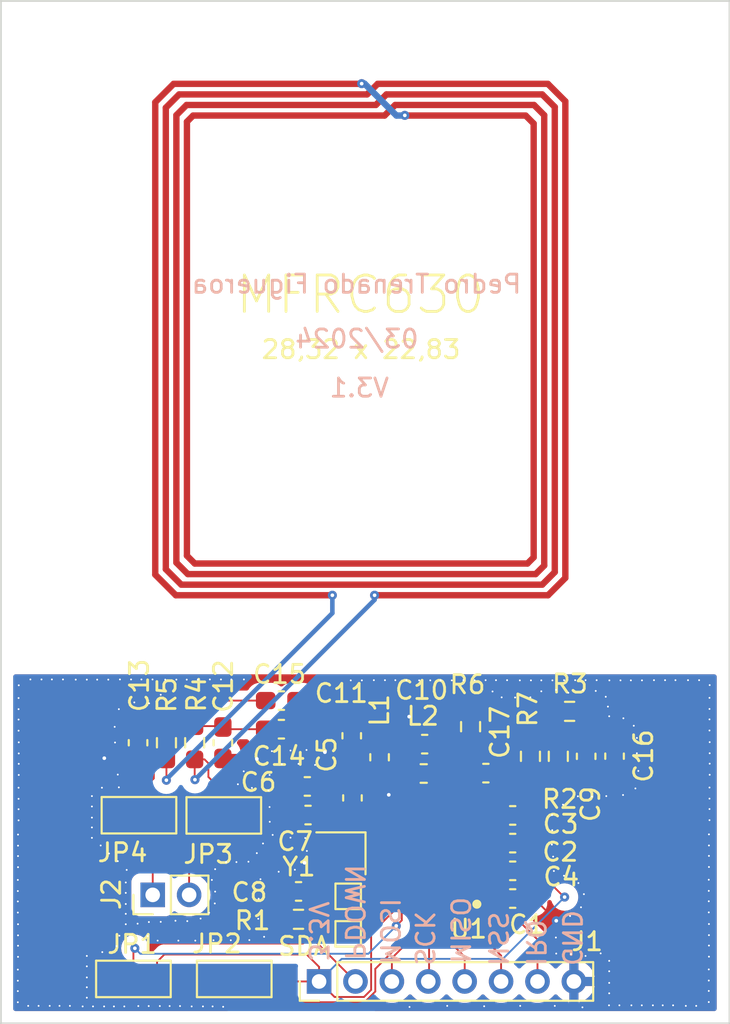
<source format=kicad_pcb>
(kicad_pcb (version 20221018) (generator pcbnew)
  (title_block (title "NFC Programmer") (rev "3.0") (company "Tychetools"))
  (layers (0 "F.Cu" signal) (31 "B.Cu" signal) (34 "B.Paste" user) (35 "F.Paste" user) (36 "B.SilkS" user "B.Silkscreen") (37 "F.SilkS" user "F.Silkscreen") (38 "B.Mask" user) (39 "F.Mask" user) (44 "Edge.Cuts" user))
  (net 0 "")
  (net 1 "Net-(U1-DVDD)")
  (net 2 "GND")
  (net 3 "Net-(U1-AVDD)")
  (net 4 "Net-(U1-TVDD)")
  (net 5 "Net-(U1-XTAL2)")
  (net 6 "/RXP")
  (net 7 "Net-(C9-Pad2)")
  (net 8 "Net-(C10-Pad2)")
  (net 9 "Net-(C11-Pad1)")
  (net 10 "Net-(C12-Pad1)")
  (net 11 "Net-(C13-Pad2)")
  (net 12 "/VMID")
  (net 13 "/RXN")
  (net 14 "Net-(C17-Pad2)")
  (net 15 "/TX1")
  (net 16 "/TX2")
  (net 17 "Net-(JP3-A)")
  (net 21 "/SCL")
  (net 22 "/MISO")
  (net 23 "/IRQ")
  (net 24 "/NSS")
  (net 31 "/PDOWN")
  (net 32 "+3V3")
  (net 33 "/SCK")
  (net 34 "/MOSI")
  (net 35 "Net-(U1-XTAL1)")
  (net 36 "/IFSEL0")
  (net 37 "/IFSEL1")
  (net 38 "Net-(J2-Pin_2)")
  (net 39 "Net-(JP4-A)")
  (net 40 "Net-(JP4-C)")
  (net 41 "Net-(J2-Pin_1)")
  (net 42 "/SDA")
  (footprint "Resistor_SMD:R_0603_1608Metric_Pad0.98x0.95mm_HandSolder" (layer "F.Cu") (at 150.81375 95.4575 -90)
    (fp_text reference "R2")
    (fp_text value "TBD" hide)
  )
  (footprint "Capacitor_SMD:C_0603_1608Metric_Pad1.08x0.95mm_HandSolder" (layer "F.Cu") (at 146.83425 96.38 180)
    (fp_text reference "C17")
    (fp_text value "TBD" hide)
  )
  (footprint "Resistor_SMD:R_0603_1608Metric_Pad0.98x0.95mm_HandSolder" (layer "F.Cu") (at 145.99425 93.83 90)
    (fp_text reference "R6")
    (fp_text value "TBD" hide)
  )
  (footprint "Jumper:SolderJumper-3_P1.3mm_Bridged12_Pad1.0x1.5mm_NumberLabels" (layer "F.Cu") (at 132.435 98.7)
    (fp_text reference "JP3")
    (fp_text value "SolderJumper_3_Bridged12" hide)
  )
  (footprint "MountingHole:MountingHole_3mm" (layer "F.Cu") (at 124.08 58.64)
    (fp_text reference "H3" hide)
    (fp_text value "MountingHole_Pad" hide)
  )
  (footprint "MountingHole:MountingHole_3mm" (layer "F.Cu") (at 156.12 58.64)
    (fp_text reference "H4" hide)
    (fp_text value "MountingHole_Pad" hide)
  )
  (footprint "TestPoint:TestPoint_Pad_1.0x1.0mm" (layer "F.Cu") (at 139.27 103.14)
    (fp_text reference "TP2" hide)
    (fp_text value "TestPoint" hide)
  )
  (footprint "Capacitor_SMD:C_0603_1608Metric_Pad1.08x0.95mm_HandSolder" (layer "F.Cu") (at 137.02425 97.11 180)
    (fp_text reference "C6")
    (fp_text value "1u" hide)
  )
  (footprint "Connector_PinHeader_2.00mm:PinHeader_1x02_P2.00mm_Vertical" (layer "F.Cu") (at 128.53 103.06 90)
    (fp_text reference "J2")
    (fp_text value "Conn_01x02_Pin" hide)
  )
  (footprint "Inductor_SMD:L_0603_1608Metric_Pad1.05x0.95mm_HandSolder" (layer "F.Cu") (at 140.99425 95.51 90)
    (fp_text reference "L1")
    (fp_text value "TBD" hide)
  )
  (footprint "Capacitor_SMD:C_0603_1608Metric_Pad1.08x0.95mm_HandSolder" (layer "F.Cu") (at 135.6 93.97 180)
    (fp_text reference "C14")
    (fp_text value "C" hide)
  )
  (footprint "MountingHole:MountingHole_3mm" (layer "F.Cu") (at 124.06 88.02)
    (fp_text reference "H1" hide)
    (fp_text value "MountingHole_Pad" hide)
  )
  (footprint "Crystal:Crystal_SMD_2016-4Pin_2.0x1.6mm" (layer "F.Cu") (at 138.87175 100.78 180)
    (fp_text reference "Y1")
    (fp_text value "Crystal_GND23" hide)
  )
  (footprint "Capacitor_SMD:C_0603_1608Metric_Pad1.08x0.95mm_HandSolder" (layer "F.Cu") (at 139.50425 97.74 90)
    (fp_text reference "C5")
    (fp_text value "100n" hide)
  )
  (footprint "Capacitor_SMD:C_0603_1608Metric_Pad1.08x0.95mm_HandSolder" (layer "F.Cu") (at 139.46425 94.33 -90)
    (fp_text reference "C11")
    (fp_text value "TBD" hide)
  )
  (footprint "Library3:MFRC630_MOUSER" (layer "F.Cu") (at 143.46425 101.07 180)
    (fp_text reference "U1")
    (fp_text value "MFRC63002HN,151" hide)
  )
  (footprint "Connector_PinHeader_2.00mm:PinHeader_1x08_P2.00mm_Vertical" (layer "F.Cu") (at 137.67 107.81 90)
    (fp_text reference "J1")
    (fp_text value "Conn_01x08" hide)
  )
  (footprint "Resistor_SMD:R_0603_1608Metric_Pad0.98x0.95mm_HandSolder" (layer "F.Cu") (at 130.835 94.7125 -90)
    (fp_text reference "R4")
    (fp_text value "TBD" hide)
  )
  (footprint "Capacitor_SMD:C_0603_1608Metric_Pad1.08x0.95mm_HandSolder" (layer "F.Cu") (at 152.34425 95.4575 90)
    (fp_text reference "C9")
    (fp_text value "TBD" hide)
  )
  (footprint "Capacitor_SMD:C_0603_1608Metric_Pad1.08x0.95mm_HandSolder" (layer "F.Cu") (at 135.6 92.4 180)
    (fp_text reference "C15")
    (fp_text value "TBD" hide)
  )
  (footprint "Capacitor_SMD:C_0603_1608Metric_Pad1.08x0.95mm_HandSolder" (layer "F.Cu") (at 148.3075 98.7)
    (fp_text reference "C3")
    (fp_text value "470n" hide)
  )
  (footprint "Capacitor_SMD:C_0603_1608Metric_Pad1.08x0.95mm_HandSolder" (layer "F.Cu") (at 148.3075 100.22)
    (fp_text reference "C2")
    (fp_text value "100n" hide)
  )
  (footprint "Resistor_SMD:R_0603_1608Metric_Pad0.98x0.95mm_HandSolder" (layer "F.Cu") (at 149.28325 95.4575 90)
    (fp_text reference "R7")
    (fp_text value "TBD" hide)
  )
  (footprint "Capacitor_SMD:C_0603_1608Metric_Pad1.08x0.95mm_HandSolder" (layer "F.Cu") (at 153.90425 95.45 -90)
    (fp_text reference "C16")
    (fp_text value "TBD" hide)
  )
  (footprint "Capacitor_SMD:C_0603_1608Metric_Pad1.08x0.95mm_HandSolder" (layer "F.Cu") (at 148.3075 101.74)
    (fp_text reference "C4")
    (fp_text value "100n" hide)
  )
  (footprint "Resistor_SMD:R_0603_1608Metric_Pad0.98x0.95mm_HandSolder" (layer "F.Cu") (at 129.285 94.7125 -90)
    (fp_text reference "R5")
    (fp_text value "TBD" hide)
  )
  (footprint "Resistor_SMD:R_0603_1608Metric_Pad0.98x0.95mm_HandSolder" (layer "F.Cu") (at 151.435 92.99)
    (fp_text reference "R3")
    (fp_text value "TBD" hide)
  )
  (footprint "Capacitor_SMD:C_0603_1608Metric_Pad1.08x0.95mm_HandSolder" (layer "F.Cu") (at 132.385 94.7125 -90)
    (fp_text reference "C12")
    (fp_text value "TBD" hide)
  )
  (footprint "Capacitor_SMD:C_0603_1608Metric_Pad1.08x0.95mm_HandSolder" (layer "F.Cu") (at 127.725 94.7125 90)
    (fp_text reference "C13")
    (fp_text value "TBD" hide)
  )
  (footprint "Capacitor_SMD:C_0603_1608Metric_Pad1.08x0.95mm_HandSolder" (layer "F.Cu") (at 136.5425 102.87 180)
    (fp_text reference "C8")
    (fp_text value "10p" hide)
  )
  (footprint "Inductor_SMD:L_0603_1608Metric_Pad1.05x0.95mm_HandSolder" (layer "F.Cu") (at 143.41925 96.4)
    (fp_text reference "L2")
    (fp_text value "TBD" hide)
  )
  (footprint "Resistor_SMD:R_0603_1608Metric_Pad0.98x0.95mm_HandSolder" (layer "F.Cu") (at 136.54 104.4 180)
    (fp_text reference "R1")
    (fp_text value "10k" hide)
  )
  (footprint "Jumper:SolderJumper-3_P1.3mm_Bridged12_Pad1.0x1.5mm_NumberLabels" (layer "F.Cu") (at 127.775 98.69 180)
    (fp_text reference "JP4")
    (fp_text value "SolderJumper_3_Bridged12" hide)
  )
  (footprint "Jumper:SolderJumper-3_P1.3mm_Bridged12_Pad1.0x1.5mm_NumberLabels" (layer "F.Cu") (at 133.01 107.67 180)
    (fp_text reference "JP2")
    (fp_text value "SolderJumper_3_Bridged12" hide)
  )
  (footprint "Jumper:SolderJumper-3_P1.3mm_Bridged12_Pad1.0x1.5mm_NumberLabels" (layer "F.Cu") (at 127.47 107.67)
    (fp_text reference "JP1")
    (fp_text value "SolderJumper_3_Bridged12" hide)
  )
  (footprint "Capacitor_SMD:C_0603_1608Metric_Pad1.08x0.95mm_HandSolder" (layer "F.Cu") (at 143.47175 94.79)
    (fp_text reference "C10")
    (fp_text value "TBD" hide)
  )
  (footprint "Capacitor_SMD:C_0603_1608Metric_Pad1.08x0.95mm_HandSolder" (layer "F.Cu") (at 137.06425 98.68 180)
    (fp_text reference "C7")
    (fp_text value "10p" hide)
  )
  (footprint "TestPoint:TestPoint_Pad_1.0x1.0mm" (layer "F.Cu") (at 139.27 105.2 180)
    (fp_text reference "SDA")
    (fp_text value "TestPoint" hide)
  )
  (footprint "MountingHole:MountingHole_3mm" (layer "F.Cu") (at 156.11 88.02)
    (fp_text reference "H2" hide)
    (fp_text value "MountingHole_Pad" hide)
  )
  (footprint "Capacitor_SMD:C_0603_1608Metric_Pad1.08x0.95mm_HandSolder" (layer "F.Cu") (at 148.3075 103.26)
    (fp_text reference "C1")
    (fp_text value "470n" hide)
  )
  (gr_poly (pts (xy 120.19 110.11) (xy 158.66 110.11) (xy 160.22 110.11) (xy 160.22 54.01) (xy 120.19 54.01) (xy 120.19 110.11)) (stroke (width 0.1)) (fill none) (layer "Edge.Cuts"))
  (gr_text "NSS" (at 146.9 107.05 270) (layer "B.SilkS") (effects (font (size 1 1) (thickness 0.153)) (justify left bottom mirror)))
  (gr_text "PDOWN\n" (at 139.03 106.74 270) (layer "B.SilkS") (effects (font (size 1 1) (thickness 0.153)) (justify left bottom mirror)))
  (gr_text "GND" (at 150.96 107.05 270) (layer "B.SilkS") (effects (font (size 1 1) (thickness 0.153)) (justify left bottom mirror)))
  (gr_text "SCK" (at 142.86 107.02 270) (layer "B.SilkS") (effects (font (size 1 1) (thickness 0.153)) (justify left bottom mirror)))
  (gr_text "MOSI\n" (at 140.96 106.97 270) (layer "B.SilkS") (effects (font (size 1 1) (thickness 0.153)) (justify left bottom mirror)))
  (gr_text "03/2024" (at 143.23 73.14) (layer "B.SilkS") (effects (font (size 1 1) (thickness 0.153)) (justify left bottom mirror)))
  (gr_text "3.3V\n" (at 137.04 106.77 -90) (layer "B.SilkS") (effects (font (size 1 1) (thickness 0.153)) (justify left bottom mirror)))
  (gr_text "IRQ" (at 148.97 107.05 270) (layer "B.SilkS") (effects (font (size 1 1) (thickness 0.153)) (justify left bottom mirror)))
  (gr_text "V3.1\n" (at 141.6 75.83) (layer "B.SilkS") (effects (font (size 1 1) (thickness 0.153)) (justify left bottom mirror)))
  (gr_text "MISO" (at 144.82 106.91 270) (layer "B.SilkS") (effects (font (size 1 1) (thickness 0.153)) (justify left bottom mirror)))
  (gr_text "Pedro Trenado Figueroa" (at 148.87 70.13) (layer "B.SilkS") (effects (font (size 1 1) (thickness 0.153)) (justify left bottom mirror)))
  (gr_text "28,32 x 22,83" (at 134.42 73.72) (layer "F.SilkS") (effects (font (size 1 1) (thickness 0.153)) (justify left bottom)))
  (gr_text "MFRC630\n" (at 132.99 71.3) (layer "F.SilkS") (effects (font (size 2 2) (thickness 0.153)) (justify left bottom)))
  (segment (start 146.61 99.99075) (end 146.61 103.04) (width 0.1) (layer "F.Cu") (net 1))
  (segment (start 146.43925 99.82) (end 146.61 99.99075) (width 0.1) (layer "F.Cu") (net 1))
  (segment (start 146.83 103.26) (end 147.445 103.26) (width 0.1) (layer "F.Cu") (net 1))
  (segment (start 146.61 103.04) (end 146.83 103.26) (width 0.1) (layer "F.Cu") (net 1))
  (segment (start 145.91425 99.82) (end 146.43925 99.82) (width 0.1) (layer "F.Cu") (net 1))
  (segment (start 138.17175 101.33) (end 136.9 101.33) (width 0.1) (layer "F.Cu") (net 2))
  (segment (start 134.225 95.575) (end 134.251582 95.601582) (width 0.1) (layer "F.Cu") (net 2))
  (segment (start 142.60925 94.79) (end 142.60925 93.29075) (width 0.1) (layer "F.Cu") (net 2))
  (segment (start 138.0275 95.1925) (end 137.99 95.23) (width 0.1) (layer "F.Cu") (net 2))
  (segment (start 125.885 95.575) (end 125.87 95.56) (width 0.1) (layer "F.Cu") (net 2))
  (segment (start 136.9 101.33) (end 136.87 101.3) (width 0.1) (layer "F.Cu") (net 2))
  (segment (start 139.46425 95.1925) (end 138.0275 95.1925) (width 0.1) (layer "F.Cu") (net 2))
  (segment (start 142.60925 93.29075) (end 142.62 93.28) (width 0.1) (layer "F.Cu") (net 2))
  (segment (start 143.46425 101.07) (end 141.71425 99.32) (width 0.1) (layer "F.Cu") (net 2))
  (segment (start 149.48 103.26) (end 150.7 104.48) (width 0.1) (layer "F.Cu") (net 2))
  (segment (start 149.17 103.26) (end 149.48 103.26) (width 0.1) (layer "F.Cu") (net 2))
  (segment (start 141.71425 97.78425) (end 141.5 97.57) (width 0.1) (layer "F.Cu") (net 2))
  (segment (start 132.385 95.575) (end 134.225 95.575) (width 0.1) (layer "F.Cu") (net 2))
  (segment (start 127.725 95.575) (end 125.885 95.575) (width 0.1) (layer "F.Cu") (net 2))
  (segment (start 141.71425 98.62) (end 141.71425 97.78425) (width 0.1) (layer "F.Cu") (net 2))
  (segment (start 141.71425 99.32) (end 141.71425 98.62) (width 0.1) (layer "F.Cu") (net 2))
  (via micro (at 159.13 95.86) (size 0.36) (drill 0.1) (layers "F.Cu" "B.Cu") (net 2))
  (via micro (at 128.97 104.54) (size 0.36) (drill 0.1) (layers "F.Cu" "B.Cu") (net 2))
  (via micro (at 157.94 91.28) (size 0.36) (drill 0.1) (layers "F.Cu" "B.Cu") (net 2))
  (via micro (at 131.87 105.55) (size 0.36) (drill 0.1) (layers "F.Cu" "B.Cu") (net 2))
  (via micro (at 124.3 91.25) (size 0.36) (drill 0.1) (layers "F.Cu" "B.Cu") (net 2))
  (via micro (at 125.19 98.82) (size 0.36) (drill 0.1) (layers "F.Cu" "B.Cu") (net 2))
  (via micro (at 127.34 91.24) (size 0.36) (drill 0.1) (layers "F.Cu" "B.Cu") (net 2))
  (via micro (at 157.25 91.28) (size 0.36) (drill 0.1) (layers "F.Cu" "B.Cu") (net 2))
  (via micro (at 129.94 105.57) (size 0.36) (drill 0.1) (layers "F.Cu" "B.Cu") (net 2))
  (via micro (at 142.64 109.21) (size 0.36) (drill 0.1) (layers "F.Cu" "B.Cu") (net 2))
  (via micro (at 135.12 99.77) (size 0.36) (drill 0.1) (layers "F.Cu" "B.Cu") (net 2))
  (via micro (at 150.62 109.15) (size 0.36) (drill 0.1) (layers "F.Cu" "B.Cu") (net 2))
  (via micro (at 121.16 98.97) (size 0.36) (drill 0.1) (layers "F.Cu" "B.Cu") (net 2))
  (via micro (at 122.87 109.15) (size 0.36) (drill 0.1) (layers "F.Cu" "B.Cu") (net 2))
  (via micro (at 154.83 109.12) (size 0.36) (drill 0.1) (layers "F.Cu" "B.Cu") (net 2))
  (via (at 134.251582 95.601582) (size 0.5) (drill 0.2) (layers "F.Cu" "B.Cu") (net 2))
  (via micro (at 126.46 94.7) (size 0.36) (drill 0.1) (layers "F.Cu" "B.Cu") (net 2))
  (via micro (at 144.35 91.29) (size 0.36) (drill 0.1) (layers "F.Cu" "B.Cu") (net 2))
  (via micro (at 159.08 104.02) (size 0.36) (drill 0.1) (layers "F.Cu" "B.Cu") (net 2))
  (via micro (at 155.13 94.45) (size 0.36) (drill 0.1) (layers "F.Cu" "B.Cu") (net 2))
  (via micro (at 129.22 91.25) (size 0.36) (drill 0.1) (layers "F.Cu" "B.Cu") (net 2))
  (via micro (at 125.19 98.21) (size 0.36) (drill 0.1) (layers "F.Cu" "B.Cu") (net 2))
  (via micro (at 130.03 109.16) (size 0.36) (drill 0.1) (layers "F.Cu" "B.Cu") (net 2))
  (via micro (at 134.59 100.24) (size 0.36) (drill 0.1) (layers "F.Cu" "B.Cu") (net 2))
  (via micro (at 148.44 92.23) (size 0.36) (drill 0.1) (layers "F.Cu" "B.Cu") (net 2))
  (via micro (at 150.48 99.51) (size 0.36) (drill 0.1) (layers "F.Cu" "B.Cu") (net 2))
  (via micro (at 154.37 97.58) (size 0.36) (drill 0.1) (layers "F.Cu" "B.Cu") (net 2))
  (via micro (at 153.61 106.68) (size 0.36) (drill 0.1) (layers "F.Cu" "B.Cu") (net 2))
  (via micro (at 155.4 109.12) (size 0.36) (drill 0.1) (layers "F.Cu" "B.Cu") (net 2))
  (via micro (at 123.6 91.24) (size 0.36) (drill 0.1) (layers "F.Cu" "B.Cu") (net 2))
  (via micro (at 133.98 97.19) (size 0.36) (drill 0.1) (layers "F.Cu" "B.Cu") (net 2))
  (via micro (at 159.13 96.47) (size 0.36) (drill 0.1) (layers "F.Cu" "B.Cu") (net 2))
  (via micro (at 121.16 92.26) (size 0.36) (drill 0.1) (layers "F.Cu" "B.Cu") (net 2))
  (via micro (at 152.66 97.67) (size 0.36) (drill 0.1) (layers "F.Cu" "B.Cu") (net 2))
  (via micro (at 134.45 102.2) (size 0.36) (drill 0.1) (layers "F.Cu" "B.Cu") (net 2))
  (via micro (at 154.96 93.78) (size 0.36) (drill 0.1) (layers "F.Cu" "B.Cu") (net 2))
  (via micro (at 125.86 109.18) (size 0.36) (drill 0.1) (layers "F.Cu" "B.Cu") (net 2))
  (via micro (at 121.17 91.56) (size 0.36) (drill 0.1) (layers "F.Cu" "B.Cu") (net 2))
  (via micro (at 141.86 91.28) (size 0.36) (drill 0.1) (layers "F.Cu" "B.Cu") (net 2))
  (via micro (at 121.12 108.95) (size 0.36) (drill 0.1) (layers "F.Cu" "B.Cu") (net 2))
  (via micro (at 148.7 91.29) (size 0.36) (drill 0.1) (layers "F.Cu" "B.Cu") (net 2))
  (via micro (at 158.55 91.28) (size 0.36) (drill 0.1) (layers "F.Cu" "B.Cu") (net 2))
  (via micro (at 125.74 97.18) (size 0.36) (drill 0.1) (layers "F.Cu" "B.Cu") (net 2))
  (via micro (at 121.13 106.46) (size 0.36) (drill 0.1) (layers "F.Cu" "B.Cu") (net 2))
  (via micro (at 132.56 101.26) (size 0.36) (drill 0.1) (layers "F.Cu" "B.Cu") (net 2))
  (via micro (at 137.45 95.93) (size 0.36) (drill 0.1) (layers "F.Cu" "B.Cu") (net 2))
  (via micro (at 159.12 92.86) (size 0.36) (drill 0.1) (layers "F.Cu" "B.Cu") (net 2))
  (via micro (at 127.7 104.64) (size 0.36) (drill 0.1) (layers "F.Cu" "B.Cu") (net 2))
  (via micro (at 143.78 91.29) (size 0.36) (drill 0.1) (layers "F.Cu" "B.Cu") (net 2))
  (via micro (at 124.91 108.13) (size 0.36) (drill 0.1) (layers "F.Cu" "B.Cu") (net 2))
  (via micro (at 148 91.28) (size 0.36) (drill 0.1) (layers "F.Cu" "B.Cu") (net 2))
  (via micro (at 121.16 92.87) (size 0.36) (drill 0.1) (layers "F.Cu" "B.Cu") (net 2))
  (via micro (at 151.917606 102.41155) (size 0.36) (drill 0.1) (layers "F.Cu" "B.Cu") (net 2))
  (via micro (at 152.92 91.28) (size 0.36) (drill 0.1) (layers "F.Cu" "B.Cu") (net 2))
  (via micro (at 147.701096 92.221952) (size 0.36) (drill 0.1) (layers "F.Cu" "B.Cu") (net 2))
  (via micro (at 149.28 92.22) (size 0.36) (drill 0.1) (layers "F.Cu" "B.Cu") (net 2))
  (via micro (at 159.09 99.74) (size 0.36) (drill 0.1) (layers "F.Cu" "B.Cu") (net 2))
  (via micro (at 139.41 91.29) (size 0.36) (drill 0.1) (layers "F.Cu" "B.Cu") (net 2))
  (via micro (at 159.09 101.53) (size 0.36) (drill 0.1) (layers "F.Cu" "B.Cu") (net 2))
  (via micro (at 132.82 105.55) (size 0.36) (drill 0.1) (layers "F.Cu" "B.Cu") (net 2))
  (via micro (at 131.29 109.18) (size 0.36) (drill 0.1) (layers "F.Cu" "B.Cu") (net 2))
  (via micro (at 133.79 101.24) (size 0.36) (drill 0.1) (layers "F.Cu" "B.Cu") (net 2))
  (via micro (at 153.61 108.46) (size 0.36) (drill 0.1) (layers "F.Cu" "B.Cu") (net 2))
  (via micro (at 151.89 97.65) (size 0.36) (drill 0.1) (layers "F.Cu" "B.Cu") (net 2))
  (via micro (at 159.13 95.29) (size 0.36) (drill 0.1) (layers "F.Cu" "B.Cu") (net 2))
  (via micro (at 130.87 105.57) (size 0.36) (drill 0.1) (layers "F.Cu" "B.Cu") (net 2))
  (via micro (at 131.96 102.88) (size 0.36) (drill 0.1) (layers "F.Cu" "B.Cu") (net 2))
  (via micro (at 134.35 103.27) (size 0.36) (drill 0.1) (layers "F.Cu" "B.Cu") (net 2))
  (via micro (at 128.32 104.55) (size 0.36) (drill 0.1) (layers "F.Cu" "B.Cu") (net 2))
  (via micro (at 125.25 109.18) (size 0.36) (drill 0.1) (layers "F.Cu" "B.Cu") (net 2))
  (via micro (at 127.52 92.5) (size 0.36) (drill 0.1) (layers "F.Cu" "B.Cu") (net 2))
  (via micro (at 127.74 109.16) (size 0.36) (drill 0.1) (layers "F.Cu" "B.Cu") (net 2))
  (via micro (at 159.12 98.96) (size 0.36) (drill 0.1) (layers "F.Cu" "B.Cu") (net 2))
  (via micro (at 126.61 96.46) (size 0.36) (drill 0.1) (layers "F.Cu" "B.Cu") (net 2))
  (via micro (at 134.33 104.37) (size 0.36) (drill 0.1) (layers "F.Cu" "B.Cu") (net 2))
  (via micro (at 131.63 104.04) (size 0.36) (drill 0.1) (layers "F.Cu" "B.Cu") (net 2))
  (via micro (at 158.39 109.15) (size 0.36) (drill 0.1) (layers "F.Cu" "B.Cu") (net 2))
  (via micro (at 121.13 104.67) (size 0.36) (drill 0.1) (layers "F.Cu" "B.Cu") (net 2))
  (via micro (at 134.65 105.36) (size 0.36) (drill 0.1) (layers "F.Cu" "B.Cu") (net 2))
  (via micro (at 152.31 91.28) (size 0.36) (drill 0.1) (layers "F.Cu" "B.Cu") (net 2))
  (via micro (at 126.67 92.87) (size 0.36) (drill 0.1) (layers "F.Cu" "B.Cu") (net 2))
  (via micro (at 126.44 93.84) (size 0.36) (drill 0.1) (layers "F.Cu" "B.Cu") (net 2))
  (via micro (at 140.68 91.28) (size 0.36) (drill 0.1) (layers "F.Cu" "B.Cu") (net 2))
  (via micro (at 156.07 91.28) (size 0.36) (drill 0.1) (layers "F.Cu" "B.Cu") (net 2))
  (via micro (at 136.91 99.94) (size 0.36) (drill 0.1) (layers "F.Cu" "B.Cu") (net 2))
  (via micro (at 150.46 100.3) (size 0.36) (drill 0.1) (layers "F.Cu" "B.Cu") (net 2))
  (via micro (at 140.02 91.29) (size 0.36) (drill 0.1) (layers "F.Cu" "B.Cu") (net 2))
  (via micro (at 153.45 97.64) (size 0.36) (drill 0.1) (layers "F.Cu" "B.Cu") (net 2))
  (via micro (at 134.95 98.24) (size 0.36) (drill 0.1) (layers "F.Cu" "B.Cu") (net 2))
  (via micro (at 154.17 109.12) (size 0.36) (drill 0.1) (layers "F.Cu" "B.Cu") (net 2))
  (via micro (at 151.364342 91.97) (size 0.36) (drill 0.1) (layers "F.Cu" "B.Cu") (net 2))
  (via micro (at 135.077887 95.174346) (size 0.36) (drill 0.1) (layers "F.Cu" "B.Cu") (net 2))
  (via micro (at 155.41 91.29) (size 0.36) (drill 0.1) (layers "F.Cu" "B.Cu") (net 2))
  (via micro (at 159.08 107.15) (size 0.36) (drill 0.1) (layers "F.Cu" "B.Cu") (net 2))
  (via micro (at 123.41 109.15) (size 0.36) (drill 0.1) (layers "F.Cu" "B.Cu") (net 2))
  (via micro (at 159.09 105.27) (size 0.36) (drill 0.1) (layers "F.Cu" "B.Cu") (net 2))
  (via micro (at 136.98 95.11) (size 0.36) (drill 0.1) (layers "F.Cu" "B.Cu") (net 2))
  (via micro (at 128.33 92.55) (size 0.36) (drill 0.1) (layers "F.Cu" "B.Cu") (net 2))
  (via micro (at 153.14 106.27) (size 0.36) (drill 0.1) (layers "F.Cu" "B.Cu") (net 2))
  (via micro (at 150.47 98.68) (size 0.36) (drill 0.1) (layers "F.Cu" "B.Cu") (net 2))
  (via micro (at 148.72 109.15) (size 0.36) (drill 0.1) (layers "F.Cu" "B.Cu") (net 2))
  (via micro (at 121.16 94.05) (size 0.36) (drill 0.1) (layers "F.Cu" "B.Cu") (net 2))
  (via micro (at 121.81 91.24) (size 0.36) (drill 0.1) (layers "F.Cu" "B.Cu") (net 2))
  (via (at 142.62 93.28) (size 0.5) (drill 0.2) (layers "F.Cu" "B.Cu") (net 2))
  (via micro (at 131.01 91.25) (size 0.36) (drill 0.1) (layers "F.Cu" "B.Cu") (net 2))
  (via micro (at 121.69 109.15) (size 0.36) (drill 0.1) (layers "F.Cu" "B.Cu") (net 2))
  (via micro (at 149.88 91.29) (size 0.36) (drill 0.1) (layers "F.Cu" "B.Cu") (net 2))
  (via micro (at 125.48 91.25) (size 0.36) (drill 0.1) (layers "F.Cu" "B.Cu") (net 2))
  (via micro (at 128.31 109.16) (size 0.36) (drill 0.1) (layers "F.Cu" "B.Cu") (net 2))
  (via micro (at 153.61 107.25) (size 0.36) (drill 0.1) (layers "F.Cu" "B.Cu") (net 2))
  (via micro (at 127.05 102.38) (size 0.36) (drill 0.1) (layers "F.Cu" "B.Cu") (net 2))
  (via micro (at 127.91 91.24) (size 0.36) (drill 0.1) (layers "F.Cu" "B.Cu") (net 2))
  (via micro (at 156.55 109.12) (size 0.36) (drill 0.1) (layers "F.Cu" "B.Cu") (net 2))
  (via micro (at 153.6 109.12) (size 0.36) (drill 0.1) (layers "F.Cu" "B.Cu") (net 2))
  (via micro (at 131.82 109.18) (size 0.36) (drill 0.1) (layers "F.Cu" "B.Cu") (net 2))
  (via micro (at 151.46 104.22) (size 0.36) (drill 0.1) (layers "F.Cu" "B.Cu") (net 2))
  (via micro (at 124.91 107.59) (size 0.36) (drill 0.1) (layers "F.Cu" "B.Cu") (net 2))
  (via micro (at 150.53 100.96) (size 0.36) (drill 0.1) (layers "F.Cu" "B.Cu") (net 2))
  (via micro (at 134.95 96.48) (size 0.36) (drill 0.1) (layers "F.Cu" "B.Cu") (net 2))
  (via micro (at 136.54 95.87) (size 0.36) (drill 0.1) (layers "F.Cu" "B.Cu") (net 2))
  (via micro (at 153.54 92.73) (size 0.36) (drill 0.1) (layers "F.Cu" "B.Cu") (net 2))
  (via micro (at 131.96 101.65) (size 0.36) (drill 0.1) (layers "F.Cu" "B.Cu") (net 2))
  (via micro (at 121.13 105.85) (size 0.36) (drill 0.1) (layers "F.Cu" "B.Cu") (net 2))
  (via micro (at 155.13 95.29) (size 0.36) (drill 0.1) (layers "F.Cu" "B.Cu") (net 2))
  (via micro (at 126.4 109.18) (size 0.36) (drill 0.1) (layers "F.Cu" "B.Cu") (net 2))
  (via micro (at 130.43 104.5) (size 0.36) (drill 0.1) (layers "F.Cu" "B.Cu") (net 2))
  (via micro (at 125.76 106.2) (size 0.36) (drill 0.1) (layers "F.Cu" "B.Cu") (net 2))
  (via micro (at 159.08 107.76) (size 0.36) (drill 0.1) (layers "F.Cu" "B.Cu") (net 2))
  (via micro (at 124.91 106.98) (size 0.36) (drill 0.1) (layers "F.Cu" "B.Cu") (net 2))
  (via micro (at 127.05 104.1) (size 0.36) (drill 0.1) (layers "F.Cu" "B.Cu") (net 2))
  (via micro (at 124.91 106.41) (size 0.36) (drill 0.1) (layers "F.Cu" "B.Cu") (net 2))
  (via micro (at 133.54 91.24) (size 0.36) (drill 0.1) (layers "F.Cu" "B.Cu") (net 2))
  (via micro (at 159.09 104.66) (size 0.36) (drill 0.1) (layers "F.Cu" "B.Cu") (net 2))
  (via micro (at 152.06 103.74) (size 0.36) (drill 0.1) (layers "F.Cu" "B.Cu") (net 2))
  (via micro (at 128.8 105.57) (size 0.36) (drill 0.1) (layers "F.Cu" "B.Cu") (net 2))
  (via micro (at 121.12 107.16) (size 0.36) (drill 0.1) (layers "F.Cu" "B.Cu") (net 2))
  (via micro (at 131.16 104.36) (size 0.36) (drill 0.1) (layers "F.Cu" "B.Cu") (net 2))
  (via micro (at 121.12 108.34) (size 0.36) (drill 0.1) (layers "F.Cu" "B.Cu") (net 2))
  (via micro (at 135.62 95.89) (size 0.36) (drill 0.1) (layers "F.Cu" "B.Cu") (net 2))
  (via micro (at 156.01 109.12) (size 0.36) (drill 0.1) (layers "F.Cu" "B.Cu") (net 2))
  (via micro (at 132.85 91.24) (size 0.36) (drill 0.1) (layers "F.Cu" "B.Cu") (net 2))
  (via micro (at 159.13 94.68) (size 0.36) (drill 0.1) (layers "F.Cu" "B.Cu") (net 2))
  (via micro (at 127.05 102.95) (size 0.36) (drill 0.1) (layers "F.Cu" "B.Cu") (net 2))
  (via micro (at 121.13 100.36) (size 0.36) (drill 0.1) (layers "F.Cu" "B.Cu") (net 2))
  (via micro (at 152.22 103.02) (size 0.36) (drill 0.1) (layers "F.Cu" "B.Cu") (net 2))
  (via micro (at 121.12 102.24) (size 0.36) (drill 0.1) (layers "F.Cu" "B.Cu") (net 2))
  (via micro (at 152.31 106.41) (size 0.36) (drill 0.1) (layers "F.Cu" "B.Cu") (net 2))
  (via micro (at 121.16 93.44) (size 0.36) (drill 0.1) (layers "F.Cu" "B.Cu") (net 2))
  (via micro (at 126.97 109.18) (size 0.36) (drill 0.1) (layers "F.Cu" "B.Cu") (net 2))
  (via micro (at 151.74 91.28) (size 0.36) (drill 0.1) (layers "F.Cu" "B.Cu") (net 2))
  (via micro (at 125.19 99.36) (size 0.36) (drill 0.1) (layers "F.Cu" "B.Cu") (net 2))
  (via micro (at 121.13 101.54) (size 0.36) (drill 0.1) (layers "F.Cu" "B.Cu") (net 2))
  (via micro (at 159.12 93.43) (size 0.36) (drill 0.1) (layers "F.Cu" "B.Cu") (net 2))
  (via micro (at 159.09 100.92) (size 0.36) (drill 0.1) (layers "F.Cu" "B.Cu") (net 2))
  (via micro (at 126.67 97.16) (size 0.36) (drill 0.1) (layers "F.Cu" "B.Cu") (net 2))
  (via micro (at 128.97 92.08) (size 0.36) (drill 0.1) (layers "F.Cu" "B.Cu") (net 2))
  (via (at 150.7 104.48) (size 0.5) (drill 0.2) (layers "F.Cu" "B.Cu") (net 2))
  (via micro (at 159.08 108.33) (size 0.36) (drill 0.1) (layers "F.Cu" "B.Cu") (net 2))
  (via micro (at 129.46 109.16) (size 0.36) (drill 0.1) (layers "F.Cu" "B.Cu") (net 2))
  (via micro (at 122.42 91.24) (size 0.36) (drill 0.1) (layers "F.Cu" "B.Cu") (net 2))
  (via micro (at 159.12 97.78) (size 0.36) (drill 0.1) (layers "F.Cu" "B.Cu") (net 2))
  (via micro (at 126.54 105.87) (size 0.36) (drill 0.1) (layers "F.Cu" "B.Cu") (net 2))
  (via micro (at 131.78 102.24) (size 0.36) (drill 0.1) (layers "F.Cu" "B.Cu") (net 2))
  (via micro (at 121.16 98.36) (size 0.36) (drill 0.1) (layers "F.Cu" "B.Cu") (net 2))
  (via micro (at 133.53 96.28) (size 0.36) (drill 0.1) (layers "F.Cu" "B.Cu") (net 2))
  (via micro (at 159.09 106.45) (size 0.36) (drill 0.1) (layers "F.Cu" "B.Cu") (net 2))
  (via micro (at 121.13 105.28) (size 0.36) (drill 0.1) (layers "F.Cu" "B.Cu") (net 2))
  (via micro (at 121.12 104.03) (size 0.36) (drill 0.1) (layers "F.Cu" "B.Cu") (net 2))
  (via micro (at 146.82 91.28) (size 0.36) (drill 0.1) (layers "F.Cu" "B.Cu") (net 2))
  (via micro (at 129.78 104.48) (size 0.36) (drill 0.1) (layers "F.Cu" "B.Cu") (net 2))
  (via micro (at 159.13 91.55) (size 0.36) (drill 0.1) (layers "F.Cu" "B.Cu") (net 2))
  (via micro (at 132.28 91.24) (size 0.36) (drill 0.1) (layers "F.Cu" "B.Cu") (net 2))
  (via micro (at 136.34 101.68) (size 0.36) (drill 0.1) (layers "F.Cu" "B.Cu") (net 2))
  (via micro (at 157.12 109.12) (size 0.36) (drill 0.1) (layers "F.Cu" "B.Cu") (net 2))
  (via micro (at 130.4 91.25) (size 0.36) (drill 0.1) (layers "F.Cu" "B.Cu") (net 2))
  (via micro (at 128.52 91.24) (size 0.36) (drill 0.1) (layers "F.Cu" "B.Cu") (net 2))
  (via micro (at 125.67 100.35) (size 0.36) (drill 0.1) (layers "F.Cu" "B.Cu") (net 2))
  (via micro (at 159.08 108.94) (size 0.36) (drill 0.1) (layers "F.Cu" "B.Cu") (net 2))
  (via micro (at 159.12 97.17) (size 0.36) (drill 0.1) (layers "F.Cu" "B.Cu") (net 2))
  (via micro (at 133.21 96.99) (size 0.36) (drill 0.1) (layers "F.Cu" "B.Cu") (net 2))
  (via micro (at 142.47 91.28) (size 0.36) (drill 0.1) (layers "F.Cu" "B.Cu") (net 2))
  (via micro (at 154.8 91.29) (size 0.36) (drill 0.1) (layers "F.Cu" "B.Cu") (net 2))
  (via micro (at 147.2 91.9) (size 0.36) (drill 0.1) (layers "F.Cu" "B.Cu") (net 2))
  (via micro (at 122.99 91.24) (size 0.36) (drill 0.1) (layers "F.Cu" "B.Cu") (net 2))
  (via micro (at 125.19 99.93) (size 0.36) (drill 0.1) (layers "F.Cu" "B.Cu") (net 2))
  (via micro (at 145.6 91.28) (size 0.36) (drill 0.1) (layers "F.Cu" "B.Cu") (net 2))
  (via micro (at 128.92 109.16) (size 0.36) (drill 0.1) (layers "F.Cu" "B.Cu") (net 2))
  (via micro (at 151.07 98.11) (size 0.36) (drill 0.1) (layers "F.Cu" "B.Cu") (net 2))
  (via micro (at 149.31 91.29) (size 0.36) (drill 0.1) (layers "F.Cu" "B.Cu") (net 2))
  (via micro (at 121.13 99.75) (size 0.36) (drill 0.1) (layers "F.Cu" "B.Cu") (net 2))
  (via micro (at 124.91 91.25) (size 0.36) (drill 0.1) (layers "F.Cu" "B.Cu") (net 2))
  (via micro (at 152.17 91.82) (size 0.36) (drill 0.1) (layers "F.Cu" "B.Cu") (net 2))
  (via micro (at 157.82 109.15) (size 0.36) (drill 0.1) (layers "F.Cu" "B.Cu") (net 2))
  (via micro (at 154.23 91.29) (size 0.36) (drill 0.1) (layers "F.Cu" "B.Cu") (net 2))
  (via micro (at 151.13 91.28) (size 0.36) (drill 0.1) (layers "F.Cu" "B.Cu") (net 2))
  (via micro (at 159.09 105.84) (size 0.36) (drill 0.1) (layers "F.Cu" "B.Cu") (net 2))
  (via micro (at 129.83 91.25) (size 0.36) (drill 0.1) (layers "F.Cu" "B.Cu") (net 2))
  (via micro (at 146.21 91.28) (size 0.36) (drill 0.1) (layers "F.Cu" "B.Cu") (net 2))
  (via micro (at 123.98 109.15) (size 0.36) (drill 0.1) (layers "F.Cu" "B.Cu") (net 2))
  (via micro (at 137 100.65) (size 0.36) (drill 0.1) (layers "F.Cu" "B.Cu") (net 2))
  (via micro (at 134.96 99.05) (size 0.36) (drill 0.1) (layers "F.Cu" "B.Cu") (net 2))
  (via (at 136.87 101.3) (size 0.5) (drill 0.2) (layers "F.Cu" "B.Cu") (net 2))
  (via micro (at 159.09 100.35) (size 0.36) (drill 0.1) (layers "F.Cu" "B.Cu") (net 2))
  (via micro (at 131.67 91.24) (size 0.36) (drill 0.1) (layers "F.Cu" "B.Cu") (net 2))
  (via micro (at 127.1 101.69) (size 0.36) (drill 0.1) (layers "F.Cu" "B.Cu") (net 2))
  (via micro (at 136.1 95.14) (size 0.36) (drill 0.1) (layers "F.Cu" "B.Cu") (net 2))
  (via micro (at 122.26 109.15) (size 0.36) (drill 0.1) (layers "F.Cu" "B.Cu") (net 2))
  (via micro (at 146.74 109.17) (size 0.36) (drill 0.1) (layers "F.Cu" "B.Cu") (net 2))
  (via micro (at 127.05 103.56) (size 0.36) (drill 0.1) (layers "F.Cu" "B.Cu") (net 2))
  (via micro (at 126.09 91.25) (size 0.36) (drill 0.1) (layers "F.Cu" "B.Cu") (net 2))
  (via micro (at 159.12 98.35) (size 0.36) (drill 0.1) (layers "F.Cu" "B.Cu") (net 2))
  (via micro (at 147.39 91.28) (size 0.36) (drill 0.1) (layers "F.Cu" "B.Cu") (net 2))
  (via micro (at 121.17 95.3) (size 0.36) (drill 0.1) (layers "F.Cu" "B.Cu") (net 2))
  (via micro (at 126.13 100.79) (size 0.36) (drill 0.1) (layers "F.Cu" "B.Cu") (net 2))
  (via micro (at 134.89 97.33) (size 0.36) (drill 0.1) (layers "F.Cu" "B.Cu") (net 2))
  (via micro (at 136.1 99.92) (size 0.36) (drill 0.1) (layers "F.Cu" "B.Cu") (net 2))
  (via micro (at 121.16 97.18) (size 0.36) (drill 0.1) (layers "F.Cu" "B.Cu") (net 2))
  (via micro (at 130.67 109.18) (size 0.36) (drill 0.1) (layers "F.Cu" "B.Cu") (net 2))
  (via micro (at 126.61 101.21) (size 0.36) (drill 0.1) (layers "F.Cu" "B.Cu") (net 2))
  (via micro (at 121.12 107.77) (size 0.36) (drill 0.1) (layers "F.Cu" "B.Cu") (net 2))
  (via micro (at 121.17 95.87) (size 0.36) (drill 0.1) (layers "F.Cu" "B.Cu") (net 2))
  (via micro (at 149.88 91.89) (size 0.36) (drill 0.1) (layers "F.Cu" "B.Cu") (net 2))
  (via micro (at 144.96 91.29) (size 0.36) (drill 0.1) (layers "F.Cu" "B.Cu") (net 2))
  (via micro (at 121.12 102.85) (size 0.36) (drill 0.1) (layers "F.Cu" "B.Cu") (net 2))
  (via micro (at 151.124464 102.010199) (size 0.36) (drill 0.1) (layers "F.Cu" "B.Cu") (net 2))
  (via micro (at 159.08 102.23) (size 0.36) (drill 0.1) (layers "F.Cu" "B.Cu") (net 2))
  (via micro (at 121.12 103.42) (size 0.36) (drill 0.1) (layers "F.Cu" "B.Cu") (net 2))
  (via micro (at 143.17 91.29) (size 0.36) (drill 0.1) (layers "F.Cu" "B.Cu") (net 2))
  (via micro (at 124.91 108.7) (size 0.36) (drill 0.1) (layers "F.Cu" "B.Cu") (net 2))
  (via micro (at 159.12 94.04) (size 0.36) (drill 0.1) (layers "F.Cu" "B.Cu") (net 2))
  (via micro (at 144.71 109.15) (size 0.36) (drill 0.1) (layers "F.Cu" "B.Cu") (net 2))
  (via micro (at 134.25 100.77) (size 0.36) (drill 0.1) (layers "F.Cu" "B.Cu") (net 2))
  (via micro (at 121.13 100.93) (size 0.36) (drill 0.1) (layers "F.Cu" "B.Cu") (net 2))
  (via micro (at 153.42 92.19) (size 0.36) (drill 0.1) (layers "F.Cu" "B.Cu") (net 2))
  (via micro (at 155.21 96.26) (size 0.36) (drill 0.1) (layers "F.Cu" "B.Cu") (net 2))
  (via (at 137.99 95.23) (size 0.5) (drill 0.2) (layers "F.Cu" "B.Cu") (net 2))
  (via micro (at 121.17 96.48) (size 0.36) (drill 0.1) (layers "F.Cu" "B.Cu") (net 2))
  (via micro (at 150.57 101.75) (size 0.36) (drill 0.1) (layers "F.Cu" "B.Cu") (net 2))
  (via micro (at 156.68 91.28) (size 0.36) (drill 0.1) (layers "F.Cu" "B.Cu") (net 2))
  (via micro (at 125.19 97.64) (size 0.36) (drill 0.1) (layers "F.Cu" "B.Cu") (net 2))
  (via micro (at 135.45 101.79) (size 0.36) (drill 0.1) (layers "F.Cu" "B.Cu") (net 2))
  (via micro (at 126.7 105.3) (size 0.36) (drill 0.1) (layers "F.Cu" "B.Cu") (net 2))
  (via micro (at 159.08 102.84) (size 0.36) (drill 0.1) (layers "F.Cu" "B.Cu") (net 2))
  (via micro (at 153.61 107.89) (size 0.36) (drill 0.1) (layers "F.Cu" "B.Cu") (net 2))
  (via micro (at 154.39 93.37) (size 0.36) (drill 0.1) (layers "F.Cu" "B.Cu") (net 2))
  (via micro (at 153.62 91.29) (size 0.36) (drill 0.1) (layers "F.Cu" "B.Cu") (net 2))
  (via micro (at 159.12 92.25) (size 0.36) (drill 0.1) (layers "F.Cu" "B.Cu") (net 2))
  (via micro (at 150.68 105.4) (size 0.36) (drill 0.1) (layers "F.Cu" "B.Cu") (net 2))
  (via (at 125.87 95.56) (size 0.5) (drill 0.2) (layers "F.Cu" "B.Cu") (net 2))
  (via micro (at 121.16 97.79) (size 0.36) (drill 0.1) (layers "F.Cu" "B.Cu") (net 2))
  (via micro (at 150.7 106.28) (size 0.36) (drill 0.1) (layers "F.Cu" "B.Cu") (net 2))
  (via micro (at 121.17 94.69) (size 0.36) (drill 0.1) (layers "F.Cu" "B.Cu") (net 2))
  (via micro (at 152.14 109.23) (size 0.36) (drill 0.1) (layers "F.Cu" "B.Cu") (net 2))
  (via (at 141.5 97.57) (size 0.5) (drill 0.2) (layers "F.Cu" "B.Cu") (net 2))
  (via micro (at 127.05 104.67) (size 0.36) (drill 0.1) (layers "F.Cu" "B.Cu") (net 2))
  (via micro (at 155.05 97.22) (size 0.36) (drill 0.1) (layers "F.Cu" "B.Cu") (net 2))
  (via micro (at 128.25 105.32) (size 0.36) (drill 0.1) (layers "F.Cu" "B.Cu") (net 2))
  (via micro (at 124.68 109.18) (size 0.36) (drill 0.1) (layers "F.Cu" "B.Cu") (net 2))
  (via micro (at 159.08 103.41) (size 0.36) (drill 0.1) (layers "F.Cu" "B.Cu") (net 2))
  (via micro (at 141.29 91.28) (size 0.36) (drill 0.1) (layers "F.Cu" "B.Cu") (net 2))
  (via micro (at 153.61 93.26) (size 0.36) (drill 0.1) (layers "F.Cu" "B.Cu") (net 2))
  (via micro (at 133.84 105.54) (size 0.36) (drill 0.1) (layers "F.Cu" "B.Cu") (net 2))
  (via micro (at 133.13 101.26) (size 0.36) (drill 0.1) (layers "F.Cu" "B.Cu") (net 2))
  (via micro (at 152.87 91.87) (size 0.36) (drill 0.1) (layers "F.Cu" "B.Cu") (net 2))
  (via micro (at 150.69 91.81) (size 0.36) (drill 0.1) (layers "F.Cu" "B.Cu") (net 2))
  (via micro (at 151.51 106.31) (size 0.36) (drill 0.1) (layers "F.Cu" "B.Cu") (net 2))
  (via micro (at 132.4 109.2) (size 0.36) (drill 0.1) (layers "F.Cu" "B.Cu") (net 2))
  (via micro (at 150.49 91.29) (size 0.36) (drill 0.1) (layers "F.Cu" "B.Cu") (net 2))
  (via micro (at 126.73 91.24) (size 0.36) (drill 0.1) (layers "F.Cu" "B.Cu") (net 2))
  (via micro (at 131.94 103.53) (size 0.36) (drill 0.1) (layers "F.Cu" "B.Cu") (net 2))
  (segment (start 147.365 98.62) (end 147.445 98.7) (width 0.1) (layer "F.Cu") (net 3))
  (segment (start 145.21425 98.62) (end 147.365 98.62) (width 0.1) (layer "F.Cu") (net 3))
  (segment (start 139.50425 98.6025) (end 140.05675 98.6025) (width 0.1) (layer "F.Cu") (net 4))
  (segment (start 138.82425 98.51) (end 138.91675 98.6025) (width 0.1) (layer "F.Cu") (net 4))
  (segment (start 137.88675 97.7325) (end 138.13425 97.98) (width 0.1) (layer "F.Cu") (net 4))
  (segment (start 140.20425 98.75) (end 140.20425 99.7) (width 0.1) (layer "F.Cu") (net 4))
  (segment (start 137.88675 97.11) (end 137.88675 97.7325) (width 0.1) (layer "F.Cu") (net 4))
  (segment (start 138.13425 97.98) (end 138.68425 97.98) (width 0.1) (layer "F.Cu") (net 4))
  (segment (start 138.68425 97.98) (end 138.82425 98.12) (width 0.1) (layer "F.Cu") (net 4))
  (segment (start 140.32425 99.82) (end 141.01425 99.82) (width 0.1) (layer "F.Cu") (net 4))
  (segment (start 140.20425 99.7) (end 140.32425 99.82) (width 0.1) (layer "F.Cu") (net 4))
  (segment (start 138.91675 98.6025) (end 139.50425 98.6025) (width 0.1) (layer "F.Cu") (net 4))
  (segment (start 140.05675 98.6025) (end 140.20425 98.75) (width 0.1) (layer "F.Cu") (net 4))
  (segment (start 138.82425 98.12) (end 138.82425 98.51) (width 0.1) (layer "F.Cu") (net 4))
  (segment (start 140.06425 101.33) (end 139.57175 101.33) (width 0.1) (layer "F.Cu") (net 5))
  (segment (start 141.01425 100.82) (end 140.57425 100.82) (width 0.1) (layer "F.Cu") (net 5))
  (segment (start 137.405 102.365) (end 137.69 102.08) (width 0.1) (layer "F.Cu") (net 5))
  (segment (start 138.9 101.83) (end 138.9 101.43) (width 0.1) (layer "F.Cu") (net 5))
  (segment (start 139 101.33) (end 139.57175 101.33) (width 0.1) (layer "F.Cu") (net 5))
  (segment (start 140.57425 100.82) (end 140.06425 101.33) (width 0.1) (layer "F.Cu") (net 5))
  (segment (start 138.9 101.43) (end 139 101.33) (width 0.1) (layer "F.Cu") (net 5))
  (segment (start 138.65 102.08) (end 138.9 101.83) (width 0.1) (layer "F.Cu") (net 5))
  (segment (start 137.69 102.08) (end 138.65 102.08) (width 0.1) (layer "F.Cu") (net 5))
  (segment (start 137.405 102.87) (end 137.405 102.365) (width 0.1) (layer "F.Cu") (net 5))
  (segment (start 143.71425 98.095) (end 144.21225 97.597) (width 0.1) (layer "F.Cu") (net 6))
  (segment (start 150.81375 97.1405) (end 150.81375 96.37) (width 0.1) (layer "F.Cu") (net 6))
  (segment (start 150.81375 96.37) (end 152.29425 96.37) (width 0.1) (layer "F.Cu") (net 6))
  (segment (start 144.21225 97.597) (end 150.35725 97.597) (width 0.1) (layer "F.Cu") (net 6))
  (segment (start 150.35725 97.597) (end 150.81375 97.1405) (width 0.1) (layer "F.Cu") (net 6))
  (segment (start 143.71425 98.62) (end 143.71425 98.095) (width 0.1) (layer "F.Cu") (net 6))
  (segment (start 152.29425 96.37) (end 152.34425 96.32) (width 0.1) (layer "F.Cu") (net 6))
  (segment (start 152.3475 94.59175) (end 152.34425 94.595) (width 0.1) (layer "F.Cu") (net 7))
  (segment (start 152.3475 92.99) (end 152.3475 94.59175) (width 0.1) (layer "F.Cu") (net 7))
  (segment (start 145.05 94.79) (end 144.33425 94.79) (width 0.1) (layer "F.Cu") (net 8))
  (segment (start 136.4625 92.4) (end 137.43 92.4) (width 0.1) (layer "F.Cu") (net 8))
  (segment (start 144.29425 94.83) (end 144.33425 94.79) (width 0.1) (layer "F.Cu") (net 8))
  (segment (start 145.17 94.67) (end 145.05 94.79) (width 0.1) (layer "F.Cu") (net 8))
  (segment (start 146.410022 92.253) (end 146.75 92.592978) (width 0.1) (layer "F.Cu") (net 8))
  (segment (start 145.35 94) (end 145.17 94.18) (width 0.1) (layer "F.Cu") (net 8))
  (segment (start 146.57 94) (end 145.35 94) (width 0.1) (layer "F.Cu") (net 8))
  (segment (start 150.5225 92.99) (end 147.58 92.99) (width 0.1) (layer "F.Cu") (net 8))
  (segment (start 144.33425 94.13575) (end 144.33425 94.79) (width 0.1) (layer "F.Cu") (net 8))
  (segment (start 145.17 94.18) (end 145.17 94.67) (width 0.1) (layer "F.Cu") (net 8))
  (segment (start 137.577 92.253) (end 146.410022 92.253) (width 0.1) (layer "F.Cu") (net 8))
  (segment (start 146.75 93.42) (end 146.55 93.62) (width 0.1) (layer "F.Cu") (net 8))
  (segment (start 137.43 92.4) (end 137.577 92.253) (width 0.1) (layer "F.Cu") (net 8))
  (segment (start 144.29425 96.4) (end 144.29425 94.83) (width 0.1) (layer "F.Cu") (net 8))
  (segment (start 146.75 92.592978) (end 146.75 93.42) (width 0.1) (layer "F.Cu") (net 8))
  (segment (start 147.58 92.99) (end 146.57 94) (width 0.1) (layer "F.Cu") (net 8))
  (segment (start 144.85 93.62) (end 144.33425 94.13575) (width 0.1) (layer "F.Cu") (net 8))
  (segment (start 146.55 93.62) (end 144.85 93.62) (width 0.1) (layer "F.Cu") (net 8))
  (segment (start 140.99425 95.28425) (end 140.99425 94.635) (width 0.1) (layer "F.Cu") (net 9))
  (segment (start 145.076478 92.9175) (end 143.48 94.513978) (width 0.1) (layer "F.Cu") (net 9))
  (segment (start 140.0675 93.4675) (end 140.27 93.67) (width 0.1) (layer "F.Cu") (net 9))
  (segment (start 143.48 94.513978) (end 143.48 95.29) (width 0.1) (layer "F.Cu") (net 9))
  (segment (start 143.28 95.49) (end 141.2 95.49) (width 0.1) (layer "F.Cu") (net 9))
  (segment (start 139.46425 93.4675) (end 140.0675 93.4675) (width 0.1) (layer "F.Cu") (net 9))
  (segment (start 140.445 94.635) (end 140.99425 94.635) (width 0.1) (layer "F.Cu") (net 9))
  (segment (start 145.99425 92.9175) (end 145.076478 92.9175) (width 0.1) (layer "F.Cu") (net 9))
  (segment (start 143.48 95.29) (end 143.28 95.49) (width 0.1) (layer "F.Cu") (net 9))
  (segment (start 136.4625 93.97) (end 138.12 93.97) (width 0.1) (layer "F.Cu") (net 9))
  (segment (start 140.27 94.46) (end 140.445 94.635) (width 0.1) (layer "F.Cu") (net 9))
  (segment (start 140.27 93.67) (end 140.27 94.46) (width 0.1) (layer "F.Cu") (net 9))
  (segment (start 141.2 95.49) (end 140.99425 95.28425) (width 0.1) (layer "F.Cu") (net 9))
  (segment (start 138.12 93.97) (end 138.6225 93.4675) (width 0.1) (layer "F.Cu") (net 9))
  (segment (start 138.6225 93.4675) (end 139.46425 93.4675) (width 0.1) (layer "F.Cu") (net 9))
  (segment (start 130.835 93.8) (end 132.335 93.8) (width 0.1) (layer "F.Cu") (net 10))
  (segment (start 132.505 93.97) (end 132.385 93.85) (width 0.1) (layer "F.Cu") (net 10))
  (segment (start 134.7375 93.97) (end 132.505 93.97) (width 0.1) (layer "F.Cu") (net 10))
  (segment (start 132.335 93.8) (end 132.385 93.85) (width 0.1) (layer "F.Cu") (net 10))
  (segment (start 127.725 93.85) (end 129.235 93.85) (width 0.1) (layer "F.Cu") (net 11))
  (segment (start 129.235 93.85) (end 129.285 93.8) (width 0.1) (layer "F.Cu") (net 11))
  (segment (start 129.87 92.4) (end 129.285 92.985) (width 0.1) (layer "F.Cu") (net 11))
  (segment (start 129.285 92.985) (end 129.285 93.8) (width 0.1) (layer "F.Cu") (net 11))
  (segment (start 134.7375 92.4) (end 129.87 92.4) (width 0.1) (layer "F.Cu") (net 11))
  (segment (start 153.90425 95.14575) (end 153.7405 95.3095) (width 0.1) (layer "F.Cu") (net 12))
  (segment (start 143.75725 97.052) (end 146.53225 97.052) (width 0.1) (layer "F.Cu") (net 12))
  (segment (start 150.9795 95.3095) (end 150.81375 95.14375) (width 0.1) (layer "F.Cu") (net 12))
  (segment (start 150.81375 95.14375) (end 150.81375 94.545) (width 0.1) (layer "F.Cu") (net 12))
  (segment (start 146.53225 97.052) (end 146.95425 96.63) (width 0.1) (layer "F.Cu") (net 12))
  (segment (start 153.7405 95.3095) (end 150.9795 95.3095) (width 0.1) (layer "F.Cu") (net 12))
  (segment (start 142.71425 98.095) (end 143.75725 97.052) (width 0.1) (layer "F.Cu") (net 12))
  (segment (start 149.28325 94.545) (end 150.81375 94.545) (width 0.1) (layer "F.Cu") (net 12))
  (segment (start 148.36925 94.545) (end 149.28325 94.545) (width 0.1) (layer "F.Cu") (net 12))
  (segment (start 146.95425 96.63) (end 146.95425 95.96) (width 0.1) (layer "F.Cu") (net 12))
  (segment (start 153.90425 94.5875) (end 153.90425 95.14575) (width 0.1) (layer "F.Cu") (net 12))
  (segment (start 146.95425 95.96) (end 148.36925 94.545) (width 0.1) (layer "F.Cu") (net 12))
  (segment (start 142.71425 98.62) (end 142.71425 98.095) (width 0.1) (layer "F.Cu") (net 12))
  (segment (start 143.93925 97.37) (end 147.47425 97.37) (width 0.1) (layer "F.Cu") (net 13))
  (segment (start 143.21425 98.62) (end 143.21425 98.095) (width 0.1) (layer "F.Cu") (net 13))
  (segment (start 149.27325 96.38) (end 149.28325 96.37) (width 0.1) (layer "F.Cu") (net 13))
  (segment (start 143.21425 98.095) (end 143.93925 97.37) (width 0.1) (layer "F.Cu") (net 13))
  (segment (start 147.47425 97.37) (end 147.69675 97.1475) (width 0.1) (layer "F.Cu") (net 13))
  (segment (start 147.69675 97.1475) (end 147.69675 96.38) (width 0.1) (layer "F.Cu") (net 13))
  (segment (start 147.69675 96.38) (end 149.27325 96.38) (width 0.1) (layer "F.Cu") (net 13))
  (segment (start 145.97175 94.765) (end 145.99425 94.7425) (width 0.1) (layer "F.Cu") (net 14))
  (segment (start 145.97175 96.38) (end 145.97175 94.765) (width 0.1) (layer "F.Cu") (net 14))
  (segment (start 140.99425 99.3) (end 141.01425 99.32) (width 0.1) (layer "F.Cu") (net 15))
  (segment (start 140.99425 96.385) (end 140.99425 99.3) (width 0.1) (layer "F.Cu") (net 15))
  (segment (start 142.21425 98.62) (end 142.21425 97.51) (width 0.1) (layer "F.Cu") (net 16))
  (segment (start 142.54425 97.18) (end 142.54425 96.4) (width 0.1) (layer "F.Cu") (net 16))
  (segment (start 142.21425 97.51) (end 142.54425 97.18) (width 0.1) (layer "F.Cu") (net 16))
  (segment (start 139.27 102.54) (end 139.49 102.32) (width 0.1) (layer "F.Cu") (net 21))
  (segment (start 139.27 103.14) (end 139.27 102.54) (width 0.1) (layer "F.Cu") (net 21))
  (segment (start 139.49 102.32) (end 141.01425 102.32) (width 0.1) (layer "F.Cu") (net 21))
  (segment (start 144.21425 105.00425) (end 145.67 106.46) (width 0.1) (layer "F.Cu") (net 22))
  (segment (start 145.67 106.46) (end 145.67 107.81) (width 0.1) (layer "F.Cu") (net 22))
  (segment (start 144.21425 103.52) (end 144.21425 105.00425) (width 0.1) (layer "F.Cu") (net 22))
  (segment (start 145.21425 104.31425) (end 145.47 104.57) (width 0.1) (layer "F.Cu") (net 23))
  (segment (start 148.73 104.57) (end 149.67 105.51) (width 0.1) (layer "F.Cu") (net 23))
  (segment (start 145.21425 103.52) (end 145.21425 104.31425) (width 0.1) (layer "F.Cu") (net 23))
  (segment (start 145.47 104.57) (end 148.73 104.57) (width 0.1) (layer "F.Cu") (net 23))
  (segment (start 149.67 105.51) (end 149.67 107.81) (width 0.1) (layer "F.Cu") (net 23))
  (segment (start 147.67 106.39) (end 147.67 107.81) (width 0.1) (layer "F.Cu") (net 24))
  (segment (start 144.71425 104.73425) (end 145 105.02) (width 0.1) (layer "F.Cu") (net 24))
  (segment (start 144.71425 103.52) (end 144.71425 104.73425) (width 0.1) (layer "F.Cu") (net 24))
  (segment (start 146.3 105.02) (end 147.67 106.39) (width 0.1) (layer "F.Cu") (net 24))
  (segment (start 145 105.02) (end 146.3 105.02) (width 0.1) (layer "F.Cu") (net 24))
  (segment (start 140.03575 102.07) (end 140.19875 101.907) (width 0.1) (layer "F.Cu") (net 31))
  (segment (start 137.4525 104.4) (end 137.4525 105.5925) (width 0.1) (layer "F.Cu") (net 31))
  (segment (start 137.4525 104.4) (end 138.593 103.2595) (width 0.1) (layer "F.Cu") (net 31))
  (segment (start 138.593 102.547) (end 139.07 102.07) (width 0.1) (layer "F.Cu") (net 31))
  (segment (start 137.4525 105.5925) (end 139.67 107.81) (width 0.1) (layer "F.Cu") (net 31))
  (segment (start 140.48925 101.32) (end 141.01425 101.32) (width 0.1) (layer "F.Cu") (net 31))
  (segment (start 138.593 103.2595) (end 138.593 102.547) (width 0.1) (layer "F.Cu") (net 31))
  (segment (start 140.19875 101.907) (end 140.19875 101.6105) (width 0.1) (layer "F.Cu") (net 31))
  (segment (start 140.19875 101.6105) (end 140.48925 101.32) (width 0.1) (layer "F.Cu") (net 31))
  (segment (start 139.07 102.07) (end 140.03575 102.07) (width 0.1) (layer "F.Cu") (net 31))
  (segment (start 138.522 108.662) (end 137.67 107.81) (width 0.1) (layer "F.Cu") (net 32))
  (segment (start 137.67 107.01) (end 136.99 106.33) (width 0.1) (layer "F.Cu") (net 32))
  (segment (start 137.67 107.81) (end 137.67 107.01) (width 0.1) (layer "F.Cu") (net 32))
  (segment (start 145.91425 99.32) (end 146.43925 99.32) (width 0.1) (layer "F.Cu") (net 32))
  (segment (start 129.17 106.33) (end 128.77 106.73) (width 0.1) (layer "F.Cu") (net 32))
  (segment (start 147.445 101.74) (end 147.445 102.365) (width 0.1) (layer "F.Cu") (net 32))
  (segment (start 140.138 108.662) (end 138.522 108.662) (width 0.1) (layer "F.Cu") (net 32))
  (segment (start 147.38 99.51) (end 147.445 99.575) (width 0.1) (layer "F.Cu") (net 32))
  (segment (start 137.67 107.81) (end 134.45 107.81) (width 0.1) (layer "F.Cu") (net 32))
  (segment (start 140.53 108.27) (end 140.138 108.662) (width 0.1) (layer "F.Cu") (net 32))
  (segment (start 151.17 103.22) (end 151.17 103.19) (width 0.1) (layer "F.Cu") (net 32))
  (segment (start 134.45 107.81) (end 134.31 107.67) (width 0.1) (layer "F.Cu") (net 32))
  (segment (start 147.445 99.575) (end 147.445 100.22) (width 0.1) (layer "F.Cu") (net 32))
  (segment (start 147.688 102.608) (end 150.558 102.608) (width 0.1) (layer "F.Cu") (net 32))
  (segment (start 128.77 106.73) (end 128.77 107.67) (width 0.1) (layer "F.Cu") (net 32))
  (segment (start 141.71425 104.00575) (end 140.53 105.19) (width 0.1) (layer "F.Cu") (net 32))
  (segment (start 147.445 102.365) (end 147.688 102.608) (width 0.1) (layer "F.Cu") (net 32))
  (segment (start 146.62925 99.51) (end 147.38 99.51) (width 0.1) (layer "F.Cu") (net 32))
  (segment (start 136.99 106.33) (end 129.17 106.33) (width 0.1) (layer "F.Cu") (net 32))
  (segment (start 150.558 102.608) (end 151.17 103.22) (width 0.1) (layer "F.Cu") (net 32))
  (segment (start 141.71425 103.52) (end 141.71425 104.00575) (width 0.1) (layer "F.Cu") (net 32))
  (segment (start 140.53 105.19) (end 140.53 108.27) (width 0.1) (layer "F.Cu") (net 32))
  (segment (start 147.445 100.22) (end 147.445 101.74) (width 0.1) (layer "F.Cu") (net 32))
  (segment (start 146.43925 99.32) (end 146.62925 99.51) (width 0.1) (layer "F.Cu") (net 32))
  (via (at 151.16 103.18) (size 0.5) (drill 0.2) (layers "F.Cu" "B.Cu") (net 32))
  (segment (start 147.77 106.57) (end 138.91 106.57) (width 0.1) (layer "B.Cu") (net 32))
  (segment (start 151.16 103.18) (end 147.77 106.57) (width 0.1) (layer "B.Cu") (net 32))
  (segment (start 138.91 106.57) (end 137.67 107.81) (width 0.1) (layer "B.Cu") (net 32))
  (segment (start 143.71425 107.76575) (end 143.67 107.81) (width 0.1) (layer "F.Cu") (net 33))
  (segment (start 143.71425 103.52) (end 143.71425 107.76575) (width 0.1) (layer "F.Cu") (net 33))
  (segment (start 141.67 106.53) (end 141.67 107.81) (width 0.1) (layer "F.Cu") (net 34))
  (segment (start 143.21425 103.52) (end 143.21425 104.98575) (width 0.1) (layer "F.Cu") (net 34))
  (segment (start 143.21425 104.98575) (end 141.67 106.53) (width 0.1) (layer "F.Cu") (net 34))
  (segment (start 140.35425 100.32) (end 141.014249 100.32) (width 0.1) (layer "F.Cu") (net 35))
  (segment (start 137.92675 98.68) (end 137.92675 99.2625) (width 0.1) (layer "F.Cu") (net 35))
  (segment (start 138.15425 99.49) (end 139.45425 99.49) (width 0.1) (layer "F.Cu") (net 35))
  (segment (start 139.58425 99.62) (end 139.57175 99.6325) (width 0.1) (layer "F.Cu") (net 35))
  (segment (start 137.92675 99.2625) (end 138.15425 99.49) (width 0.1) (layer "F.Cu") (net 35))
  (segment (start 139.57175 99.6325) (end 139.57175 100.23) (width 0.1) (layer "F.Cu") (net 35))
  (segment (start 140.24425 100.23) (end 140.34425 100.33) (width 0.1) (layer "F.Cu") (net 35))
  (segment (start 139.45425 99.49) (end 139.58425 99.62) (width 0.1) (layer "F.Cu") (net 35))
  (segment (start 139.57175 100.23) (end 140.24425 100.23) (width 0.1) (layer "F.Cu") (net 35))
  (segment (start 140.34425 100.33) (end 140.35425 100.32) (width 0.1) (layer "F.Cu") (net 35))
  (segment (start 127.47 106.07) (end 127.47 107.67) (width 0.1) (layer "F.Cu") (net 36))
  (segment (start 142.21425 103.52) (end 142.21425 104.45575) (width 0.1) (layer "F.Cu") (net 36))
  (segment (start 142.21425 104.45575) (end 141.91 104.76) (width 0.1) (layer "F.Cu") (net 36))
  (segment (start 127.55 105.99) (end 127.47 106.07) (width 0.1) (layer "F.Cu") (net 36))
  (via (at 127.55 105.99) (size 0.5) (drill 0.2) (layers "F.Cu" "B.Cu") (net 36))
  (via (at 141.91 104.76) (size 0.5) (drill 0.2) (layers "F.Cu" "B.Cu") (net 36))
  (segment (start 141.91 104.76) (end 140.38 106.29) (width 0.1) (layer "B.Cu") (net 36))
  (segment (start 127.85 106.29) (end 127.55 105.99) (width 0.1) (layer "B.Cu") (net 36))
  (segment (start 140.38 106.29) (end 127.85 106.29) (width 0.1) (layer "B.Cu") (net 36))
  (segment (start 140.76 107.118974) (end 140.76 108.361026) (width 0.1) (layer "F.Cu") (net 37))
  (segment (start 140.76 108.361026) (end 140.176026 108.945) (width 0.1) (layer "F.Cu") (net 37))
  (segment (start 142.71425 105.164724) (end 140.76 107.118974) (width 0.1) (layer "F.Cu") (net 37))
  (segment (start 133.01 108.75) (end 133.01 107.67) (width 0.1) (layer "F.Cu") (net 37))
  (segment (start 133.21 108.95) (end 133.205 108.945) (width 0.1) (layer "F.Cu") (net 37))
  (segment (start 142.71425 103.52) (end 142.71425 105.164724) (width 0.1) (layer "F.Cu") (net 37))
  (segment (start 140.175513 108.95) (end 133.21 108.95) (width 0.1) (layer "F.Cu") (net 37))
  (segment (start 133.205 108.945) (end 133.01 108.75) (width 0.1) (layer "F.Cu") (net 37))
  (segment (start 133.735 98.7) (end 133.735 100.035) (width 0.1) (layer "F.Cu") (net 38))
  (segment (start 131.85 100.43) (end 130.53 101.75) (width 0.1) (layer "F.Cu") (net 38))
  (segment (start 133.735 100.035) (end 133.34 100.43) (width 0.1) (layer "F.Cu") (net 38))
  (segment (start 130.53 101.75) (end 130.53 103.06) (width 0.1) (layer "F.Cu") (net 38))
  (segment (start 133.34 100.43) (end 131.85 100.43) (width 0.1) (layer "F.Cu") (net 38))
  (segment (start 150.25 86.62) (end 151.2 85.67) (width 0.35) (layer "F.Cu") (net 40))
  (segment (start 132.435 97.435) (end 132.435 98.7) (width 0.1) (layer "F.Cu") (net 40))
  (segment (start 151.2 85.67) (end 151.2 59.52) (width 0.35) (layer "F.Cu") (net 40))
  (segment (start 149.12 84.88) (end 149.46 84.54) (width 0.35) (layer "F.Cu") (net 40))
  (segment (start 129.8 86.62) (end 138.4 86.62) (width 0.35) (layer "F.Cu") (net 40))
  (segment (start 129.285 95.625) (end 129.285 96.765) (width 0.1) (layer "F.Cu") (net 40))
  (segment (start 130.835 95.625) (end 130.835 96.725) (width 0.1) (layer "F.Cu") (net 40))
  (segment (start 128.715 95.625) (end 128.59 95.75) (width 0.1) (layer "F.Cu") (net 40))
  (segment (start 130.75 60.3) (end 130.41 60.64) (width 0.35) (layer "F.Cu") (net 40))
  (segment (start 141.27 60.3) (end 130.75 60.3) (width 0.35) (layer "F.Cu") (net 40))
  (segment (start 130.41 84.45) (end 130.84 84.88) (width 0.35) (layer "F.Cu") (net 40))
  (segment (start 151.2 59.52) (end 150.24 58.56) (width 0.35) (layer "F.Cu") (net 40))
  (segment (start 140.72 86.62) (end 150.25 86.62) (width 0.35) (layer "F.Cu") (net 40))
  (segment (start 130.835 95.625) (end 131.375 95.625) (width 0.1) (layer "F.Cu") (net 40))
  (segment (start 140.31 59.14) (end 129.98 59.14) (width 0.35) (layer "F.Cu") (net 40))
  (segment (start 131.59 96.59) (end 132.435 97.435) (width 0.1) (layer "F.Cu") (net 40))
  (segment (start 129.25 85.19) (end 130.1 86.04) (width 0.35) (layer "F.Cu") (net 40))
  (segment (start 129.25 59.87) (end 129.25 85.19) (width 0.35) (layer "F.Cu") (net 40))
  (segment (start 149.46 60.74) (end 149.02 60.3) (width 0.35) (layer "F.Cu") (net 40))
  (segment (start 129.285 96.765) (end 129.28 96.77) (width 0.1) (layer "F.Cu") (net 40))
  (segment (start 130.39 59.72) (end 129.83 60.28) (width 0.35) (layer "F.Cu") (net 40))
  (segment (start 150.04 84.99) (end 150.04 60.28) (width 0.35) (layer "F.Cu") (net 40))
  (segment (start 129.83 84.83) (end 130.46 85.46) (width 0.35) (layer "F.Cu") (net 40))
  (segment (start 149.93 86.04) (end 150.62 85.35) (width 0.35) (layer "F.Cu") (net 40))
  (segment (start 131.375 95.625) (end 131.59 95.84) (width 0.1) (layer "F.Cu") (net 40))
  (segment (start 149.46 84.54) (end 149.46 60.74) (width 0.35) (layer "F.Cu") (net 40))
  (segment (start 129.98 59.14) (end 129.25 59.87) (width 0.35) (layer "F.Cu") (net 40))
  (segment (start 130.1 86.04) (end 149.93 86.04) (width 0.35) (layer "F.Cu") (net 40))
  (segment (start 150.62 59.83) (end 149.93 59.14) (width 0.35) (layer "F.Cu") (net 40))
  (segment (start 128.59 95.75) (end 128.59 96.67) (width 0.1) (layer "F.Cu") (net 40))
  (segment (start 129.68 58.56) (end 128.67 59.57) (width 0.35) (layer "F.Cu") (net 40))
  (segment (start 130.46 85.46) (end 149.57 85.46) (width 0.35) (layer "F.Cu") (net 40))
  (segment (start 129.285 95.625) (end 128.715 95.625) (width 0.1) (layer "F.Cu") (net 40))
  (segment (start 128.67 85.49) (end 129.8 86.62) (width 0.35) (layer "F.Cu") (net 40))
  (segment (start 149.48 59.72) (end 141.85 59.72) (width 0.35) (layer "F.Cu") (net 40))
  (segment (start 140.01 58.56) (end 129.68 58.56) (width 0.35) (layer "F.Cu") (net 40))
  (segment (start 130.84 84.88) (end 149.12 84.88) (width 0.35) (layer "F.Cu") (net 40))
  (segment (start 150.04 60.28) (end 149.48 59.72) (width 0.35) (layer "F.Cu") (net 40))
  (segment (start 150.24 58.56) (end 140.89 58.56) (width 0.35) (layer "F.Cu") (net 40))
  (segment (start 128.59 96.67) (end 127.775 97.485) (width 0.1) (layer "F.Cu") (net 40))
  (segment (start 149.02 60.3) (end 142.35 60.3) (width 0.35) (layer "F.Cu") (net 40))
  (segment (start 140.79 59.72) (end 130.39 59.72) (width 0.35) (layer "F.Cu") (net 40))
  (segment (start 141.37 59.14) (end 140.79 59.72) (width 0.35) (layer "F.Cu") (net 40))
  (segment (start 140.01 58.56) (end 140.01 58.55) (width 0.35) (layer "F.Cu") (net 40))
  (segment (start 141.85 59.72) (end 141.27 60.3) (width 0.35) (layer "F.Cu") (net 40))
  (segment (start 149.93 59.14) (end 141.37 59.14) (width 0.35) (layer "F.Cu") (net 40))
  (segment (start 130.41 60.64) (end 130.41 84.45) (width 0.35) (layer "F.Cu") (net 40))
  (segment (start 129.83 60.28) (end 129.83 84.83) (width 0.35) (layer "F.Cu") (net 40))
  (segment (start 149.57 85.46) (end 150.04 84.99) (width 0.35) (layer "F.Cu") (net 40))
  (segment (start 131.59 95.84) (end 131.59 96.59) (width 0.1) (layer "F.Cu") (net 40))
  (segment (start 150.62 85.35) (end 150.62 59.83) (width 0.35) (layer "F.Cu") (net 40))
  (segment (start 127.775 97.485) (end 127.775 98.69) (width 0.1) (layer "F.Cu") (net 40))
  (segment (start 140.89 58.56) (end 140.31 59.14) (width 0.35) (layer "F.Cu") (net 40))
  (segment (start 128.67 59.57) (end 128.67 85.49) (width 0.35) (layer "F.Cu") (net 40))
  (segment (start 130.835 96.725) (end 130.85 96.74) (width 0.1) (layer "F.Cu") (net 40))
  (via (at 142.38 60.29) (size 0.5) (drill 0.2) (layers "F.Cu" "B.Cu") (net 40))
  (via (at 140.01 58.55) (size 0.5) (drill 0.2) (layers "F.Cu" "B.Cu") (net 40))
  (via (at 140.72 86.62) (size 0.5) (drill 0.2) (layers "F.Cu" "B.Cu") (net 40))
  (via (at 138.4 86.62) (size 0.5) (drill 0.2) (layers "F.Cu" "B.Cu") (net 40))
  (via (at 130.85 96.74) (size 0.5) (drill 0.2) (layers "F.Cu" "B.Cu") (net 40))
  (via (at 129.28 96.77) (size 0.5) (drill 0.2) (layers "F.Cu" "B.Cu") (net 40))
  (segment (start 141.92 60.3) (end 142.37 60.3) (width 0.35) (layer "B.Cu") (net 40))
  (segment (start 129.28 96.720941) (end 129.28 96.77) (width 0.25) (layer "B.Cu") (net 40))
  (segment (start 138.4 87.600941) (end 129.28 96.720941) (width 0.25) (layer "B.Cu") (net 40))
  (segment (start 140.17 58.55) (end 141.92 60.3) (width 0.35) (layer "B.Cu") (net 40))
  (segment (start 140.01 58.55) (end 140.01 58.56) (width 0.25) (layer "B.Cu") (net 40))
  (segment (start 140.72 86.62) (end 140.72 86.87) (width 0.25) (layer "B.Cu") (net 40))
  (segment (start 138.4 86.62) (end 138.4 87.600941) (width 0.25) (layer "B.Cu") (net 40))
  (segment (start 142.37 60.3) (end 142.38 60.29) (width 0.35) (layer "B.Cu") (net 40))
  (segment (start 140.01 58.55) (end 140.17 58.55) (width 0.35) (layer "B.Cu") (net 40))
  (segment (start 140.72 86.87) (end 130.85 96.74) (width 0.25) (layer "B.Cu") (net 40))
  (segment (start 126.475 99.775) (end 128.53 101.83) (width 0.1) (layer "F.Cu") (net 41))
  (segment (start 128.53 101.83) (end 128.53 103.06) (width 0.1) (layer "F.Cu") (net 41))
  (segment (start 126.475 98.69) (end 126.475 99.775) (width 0.1) (layer "F.Cu") (net 41))
  (segment (start 139.27 105.2) (end 139.92 105.2) (width 0.1) (layer "F.Cu") (net 42))
  (segment (start 140.44 104.68) (end 140.44 104.03) (width 0.1) (layer "F.Cu") (net 42))
  (segment (start 140.44 104.03) (end 141.01425 103.45575) (width 0.1) (layer "F.Cu") (net 42))
  (segment (start 139.92 105.2) (end 140.44 104.68) (width 0.1) (layer "F.Cu") (net 42))
  (segment (start 141.01425 103.45575) (end 141.01425 102.82) (width 0.1) (layer "F.Cu") (net 42))
  (zone (net 2) (net_name "GND") (layers "F&B.Cu") (connect_pads (clearance 0.5)) (min_thickness 0.25) (fill yes (thermal_gap 0.5) (thermal_bridge_width 0.5))
    (polygon (pts (xy 120.235095 110.068089) (xy 160.26 110.141769) (xy 160.26 90.96) (xy 120.149334 90.96)))
  )
)
</source>
